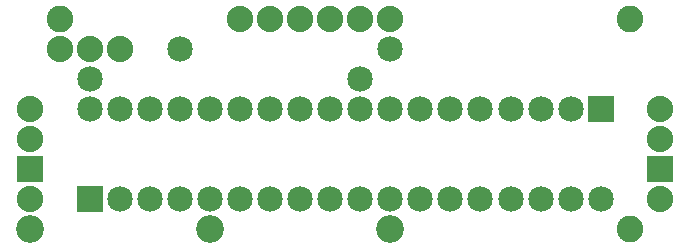
<source format=gbs>
G04 MADE WITH FRITZING*
G04 WWW.FRITZING.ORG*
G04 DOUBLE SIDED*
G04 HOLES PLATED*
G04 CONTOUR ON CENTER OF CONTOUR VECTOR*
%ASAXBY*%
%FSLAX23Y23*%
%MOIN*%
%OFA0B0*%
%SFA1.0B1.0*%
%ADD10C,0.088740*%
%ADD11C,0.085000*%
%ADD12C,0.088000*%
%ADD13C,0.092000*%
%ADD14R,0.085000X0.085000*%
%ADD15R,0.088000X0.088000*%
%LNMASK0*%
G90*
G70*
G54D10*
X2090Y89D03*
X190Y789D03*
X2090Y789D03*
G54D11*
X590Y689D03*
X1290Y689D03*
X290Y589D03*
X1190Y589D03*
G54D12*
X390Y689D03*
X290Y689D03*
X190Y689D03*
X90Y489D03*
X90Y389D03*
X2190Y389D03*
X2190Y489D03*
X790Y789D03*
X890Y789D03*
X990Y789D03*
X1090Y789D03*
X1190Y789D03*
X1290Y789D03*
G54D11*
X1991Y489D03*
X1991Y189D03*
X1891Y489D03*
X1891Y189D03*
X1791Y489D03*
X1791Y189D03*
X1691Y489D03*
X1691Y189D03*
X290Y189D03*
X290Y489D03*
X390Y189D03*
X390Y489D03*
X490Y189D03*
X490Y489D03*
X590Y189D03*
X590Y489D03*
X690Y189D03*
X690Y489D03*
X790Y189D03*
X790Y489D03*
X890Y189D03*
X890Y489D03*
X990Y189D03*
X990Y489D03*
X1090Y189D03*
X1090Y489D03*
X1190Y189D03*
X1190Y489D03*
X1290Y189D03*
X1290Y489D03*
X1390Y189D03*
X1390Y489D03*
X1490Y189D03*
X1490Y489D03*
X1590Y189D03*
X1590Y489D03*
G54D12*
X90Y289D03*
X90Y189D03*
X2190Y289D03*
X2190Y189D03*
G54D13*
X1290Y89D03*
X690Y89D03*
X90Y89D03*
X690Y89D03*
G54D14*
X1991Y489D03*
X290Y189D03*
G54D15*
X90Y289D03*
X2190Y289D03*
G04 End of Mask0*
M02*
</source>
